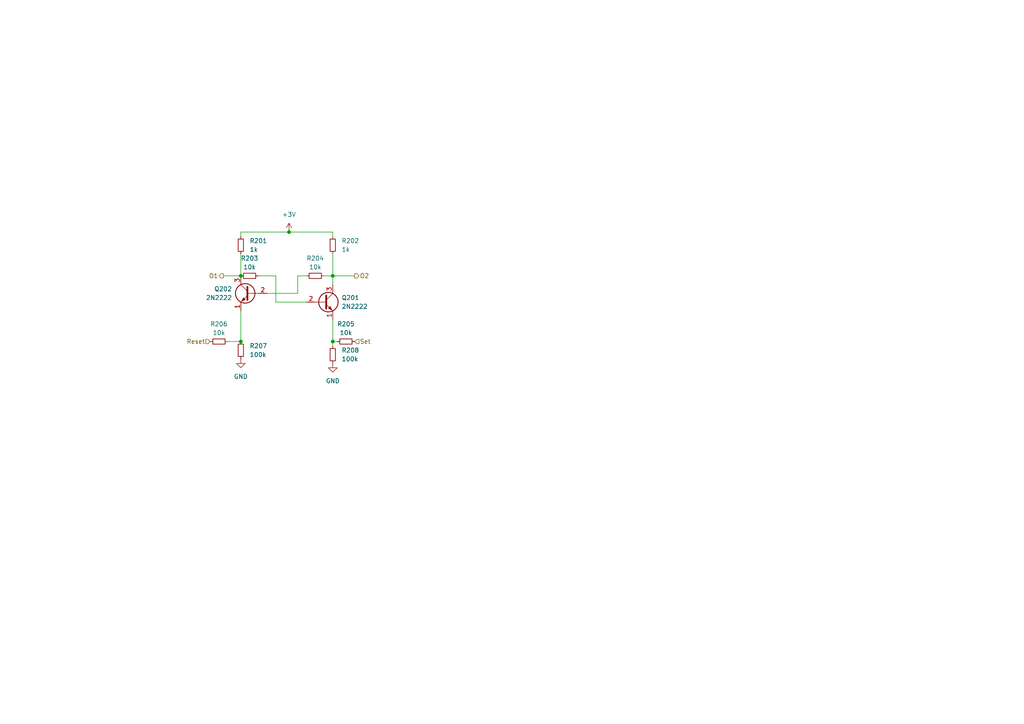
<source format=kicad_sch>
(kicad_sch (version 20250114) (generator "eeschema") (generator_version "9.0")
  (paper "A4")
  (lib_symbols
    (symbol "Device:R_Small" (pin_numbers (hide yes)) (pin_names (offset 0.254) (hide yes))
      (property "Reference" "R" (at 0.762 0.508 0))
      (property "Value" "R_Small" (at 0.762 -1.016 0))
      (symbol "R_Small_0_1"
        (rectangle (start -0.762 1.778) (end 0.762 -1.778) (stroke (width 0.2032)))
      )
      (symbol "R_Small_1_1"
        (pin passive line (at 0 2.54 270) (length 0.762) (name "~") (number "1"))
        (pin passive line (at 0 -2.54 90) (length 0.762) (name "~") (number "2"))
      )
    )
    (symbol "Transistor_BJT:2N2219" (pin_names (offset 0) (hide yes))
      (property "Reference" "Q" (at 5.08 1.905 0))
      (property "Value" "2N2219" (at 5.08 0 0))
      (symbol "2N2219_0_1"
        (polyline (pts (xy -2.54 0) (xy 0.635 0)))
        (polyline (pts (xy 0.635 1.905) (xy 0.635 -1.905)) (stroke (width 0.508)))
        (circle (center 1.27 0) (radius 2.8194) (stroke (width 0.254)))
      )
      (symbol "2N2219_1_1"
        (polyline (pts (xy 0.635 0.635) (xy 2.54 2.54)))
        (polyline (pts (xy 0.635 -0.635) (xy 2.54 -2.54)))
        (polyline (pts (xy 1.27 -1.778) (xy 1.778 -1.27) (xy 2.286 -2.286) (xy 1.27 -1.778)) (fill (type outline)))
        (pin input line (at -5.08 0 0) (length 2.54) (name "B") (number "2"))
        (pin passive line (at 2.54 5.08 270) (length 2.54) (name "C") (number "3"))
        (pin passive line (at 2.54 -5.08 90) (length 2.54) (name "E") (number "1"))
      )
    )
    (symbol "power:+3V0" (power) (pin_numbers (hide yes)) (pin_names (offset 0) (hide yes))
      (property "Value" "+3V0" (at 0 3.556 0))
      (symbol "+3V0_0_1"
        (polyline (pts (xy -0.762 1.27) (xy 0 2.54)))
        (polyline (pts (xy 0 2.54) (xy 0.762 1.27)))
        (polyline (pts (xy 0 0) (xy 0 2.54)))
      )
      (symbol "+3V0_1_1"
        (pin power_in line (at 0 0 90) (length 0) (name "~") (number "1"))
      )
    )
    (symbol "power:GND" (power) (pin_numbers (hide yes)) (pin_names (offset 0) (hide yes))
      (property "Value" "GND" (at 0 -3.81 0))
      (symbol "GND_0_1"
        (polyline (pts (xy 0 0) (xy 0 -1.27) (xy 1.27 -1.27) (xy 0 -2.54) (xy -1.27 -1.27) (xy 0 -1.27)))
      )
      (symbol "GND_1_1"
        (pin power_in line (at 0 0 270) (length 0) (name "~") (number "1"))
      )
    )
  )
  (junction (at 96.52 99.06))
  (junction (at 69.85 99.06))
  (junction (at 83.82 67.31))
  (junction (at 69.85 80.01))
  (junction (at 96.52 80.01))
  (wire (pts (xy 102.87 80.01) (xy 96.52 80.01)))
  (wire (pts (xy 83.82 67.31) (xy 69.85 67.31)))
  (wire (pts (xy 96.52 80.01) (xy 96.52 82.55)))
  (wire (pts (xy 69.85 67.31) (xy 69.85 68.58)))
  (wire (pts (xy 86.36 80.01) (xy 86.36 85.09)))
  (wire (pts (xy 64.77 80.01) (xy 69.85 80.01)))
  (wire (pts (xy 86.36 85.09) (xy 77.47 85.09)))
  (wire (pts (xy 96.52 99.06) (xy 96.52 100.33)))
  (wire (pts (xy 96.52 99.06) (xy 97.79 99.06)))
  (wire (pts (xy 80.01 80.01) (xy 80.01 87.63)))
  (wire (pts (xy 69.85 99.06) (xy 66.04 99.06)))
  (wire (pts (xy 80.01 87.63) (xy 88.9 87.63)))
  (wire (pts (xy 96.52 68.58) (xy 96.52 67.31)))
  (wire (pts (xy 83.82 67.31) (xy 96.52 67.31)))
  (wire (pts (xy 69.85 73.66) (xy 69.85 80.01)))
  (wire (pts (xy 96.52 92.71) (xy 96.52 99.06)))
  (wire (pts (xy 69.85 90.17) (xy 69.85 99.06)))
  (wire (pts (xy 74.93 80.01) (xy 80.01 80.01)))
  (wire (pts (xy 93.98 80.01) (xy 96.52 80.01)))
  (wire (pts (xy 96.52 73.66) (xy 96.52 80.01)))
  (wire (pts (xy 86.36 80.01) (xy 88.9 80.01)))
  (hierarchical_label "O2" (shape output) (at 102.87 80.01 0))
  (hierarchical_label "O1" (shape output) (at 64.77 80.01 180))
  (hierarchical_label "Reset" (shape input) (at 60.96 99.06 180))
  (hierarchical_label "Set" (shape input) (at 102.87 99.06 0))
  (symbol (lib_id "Device:R_Small") (at 96.52 102.87 0) (unit 1)
    (property "Reference" "R208" (at 99.06 101.5999 0) (effects (justify left)))
    (property "Value" "100k" (at 99.06 104.1399 0) (effects (justify left)))
    (property "Footprint" "Resistor_SMD:R_0402_1005Metric" (effects (hide yes)))
    (property "Description" "Resistor, small symbol" (effects (hide yes)))
  )
  (symbol (lib_id "Device:R_Small") (at 91.44 80.01 270) (unit 1)
    (property "Reference" "R204" (at 91.44 74.93 90))
    (property "Value" "10k" (at 91.44 77.47 90))
    (property "Footprint" "Resistor_SMD:R_0402_1005Metric" (effects (hide yes)))
    (property "Description" "Resistor, small symbol" (effects (hide yes)))
  )
  (symbol (lib_id "Transistor_BJT:2N2219") (at 72.39 85.09 0) (mirror y) (unit 1)
    (property "Reference" "Q202" (at 67.31 83.8199 0) (effects (justify left)))
    (property "Value" "2N2222" (at 67.31 86.3599 0) (effects (justify left)))
    (property "Footprint" "Package_TO_SOT_SMD:SOT-23" (effects (hide yes)))
    (property "Datasheet" "http://www.onsemi.com/pub_link/Collateral/2N2219-D.PDF" (effects (hide yes)))
    (property "Description" "800mA Ic, 50V Vce, NPN Transistor, TO-39" (effects (hide yes)))
  )
  (symbol (lib_id "Device:R_Small") (at 69.85 101.6 0) (unit 1)
    (property "Reference" "R207" (at 72.39 100.3299 0) (effects (justify left)))
    (property "Value" "100k" (at 72.39 102.8699 0) (effects (justify left)))
    (property "Footprint" "Resistor_SMD:R_0402_1005Metric" (effects (hide yes)))
    (property "Description" "Resistor, small symbol" (effects (hide yes)))
  )
  (symbol (lib_id "power:GND") (at 69.85 104.14 0) (unit 1)
    (property "Reference" "#PWR0202" (effects (hide yes)))
    (property "Value" "GND" (at 69.85 109.22 0))
    (property "Description" "Power symbol creates a global label with name \"GND\" , ground" (effects (hide yes)))
  )
  (symbol (lib_id "Device:R_Small") (at 100.33 99.06 270) (unit 1)
    (property "Reference" "R205" (at 100.33 93.98 90))
    (property "Value" "10k" (at 100.33 96.52 90))
    (property "Footprint" "Resistor_SMD:R_0402_1005Metric" (effects (hide yes)))
    (property "Description" "Resistor, small symbol" (effects (hide yes)))
  )
  (symbol (lib_id "power:GND") (at 96.52 105.41 0) (unit 1)
    (property "Reference" "#PWR0203" (effects (hide yes)))
    (property "Value" "GND" (at 96.52 110.49 0))
    (property "Description" "Power symbol creates a global label with name \"GND\" , ground" (effects (hide yes)))
  )
  (symbol (lib_id "Device:R_Small") (at 96.52 71.12 0) (unit 1)
    (property "Reference" "R202" (at 99.06 69.8499 0) (effects (justify left)))
    (property "Value" "1k" (at 99.06 72.3899 0) (effects (justify left)))
    (property "Footprint" "Resistor_SMD:R_0402_1005Metric" (effects (hide yes)))
    (property "Description" "Resistor, small symbol" (effects (hide yes)))
  )
  (symbol (lib_id "Transistor_BJT:2N2219") (at 93.98 87.63 0) (unit 1)
    (property "Reference" "Q201" (at 99.06 86.3599 0) (effects (justify left)))
    (property "Value" "2N2222" (at 99.06 88.8999 0) (effects (justify left)))
    (property "Footprint" "Package_TO_SOT_THT:TO-92" (effects (hide yes)))
    (property "Datasheet" "http://www.onsemi.com/pub_link/Collateral/2N2219-D.PDF" (effects (hide yes)))
    (property "Description" "800mA Ic, 50V Vce, NPN Transistor, TO-39" (effects (hide yes)))
  )
  (symbol (lib_id "Device:R_Small") (at 63.5 99.06 270) (unit 1)
    (property "Reference" "R206" (at 63.5 93.98 90))
    (property "Value" "10k" (at 63.5 96.52 90))
    (property "Footprint" "Resistor_SMD:R_0402_1005Metric" (effects (hide yes)))
    (property "Description" "Resistor, small symbol" (effects (hide yes)))
  )
  (symbol (lib_id "Device:R_Small") (at 72.39 80.01 270) (unit 1)
    (property "Reference" "R203" (at 72.39 74.93 90))
    (property "Value" "10k" (at 72.39 77.47 90))
    (property "Footprint" "Resistor_SMD:R_0402_1005Metric" (effects (hide yes)))
    (property "Description" "Resistor, small symbol" (effects (hide yes)))
  )
  (symbol (lib_id "Device:R_Small") (at 69.85 71.12 0) (unit 1)
    (property "Reference" "R201" (at 72.39 69.8499 0) (effects (justify left)))
    (property "Value" "1k" (at 72.39 72.3899 0) (effects (justify left)))
    (property "Footprint" "Resistor_SMD:R_0402_1005Metric" (effects (hide yes)))
    (property "Description" "Resistor, small symbol" (effects (hide yes)))
  )
  (symbol (lib_id "power:+3V0") (at 83.82 67.31 0) (unit 1)
    (property "Reference" "#PWR0201" (effects (hide yes)))
    (property "Value" "+3V" (at 83.82 62.23 0))
    (property "Description" "Power symbol creates a global label with name \"+3V0\"" (effects (hide yes)))
  )
)
</source>
